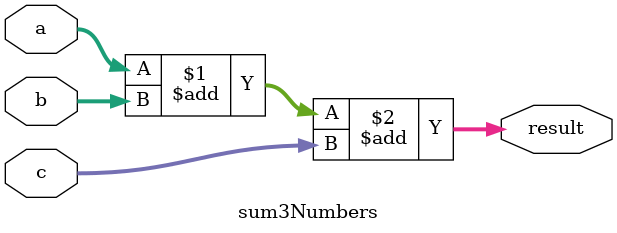
<source format=v>
module sum3Numbers(
    input [11:0] a,        // 12-bit input a
    input [11:0] b,        // 12-bit input b
    input [11:0] c,        // 12-bit input c
    output [12:0] result   // 13-bit output 
);

    assign result = a + b + c; // Sum of three 12-bit numbers

endmodule

</source>
